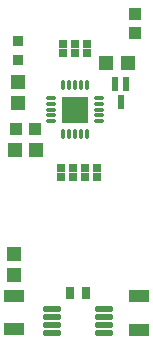
<source format=gtp>
%FSDAX25Y25*%
%MOIN*%
%SFA1B1*%

%IPPOS*%
%AMD55*
4,1,8,-0.028600,0.006900,-0.028600,-0.006900,-0.024600,-0.010900,0.024600,-0.010900,0.028600,-0.006900,0.028600,0.006900,0.024600,0.010900,-0.024600,0.010900,-0.028600,0.006900,0.0*
1,1,0.007900,-0.024600,0.006900*
1,1,0.007900,-0.024600,-0.006900*
1,1,0.007900,0.024600,-0.006900*
1,1,0.007900,0.024600,0.006900*
%
%ADD45R,0.047310X0.047310*%
%ADD46R,0.029590X0.025650*%
%ADD47R,0.090300X0.090300*%
%ADD48O,0.039430X0.013840*%
%ADD49O,0.013840X0.039430*%
%ADD50R,0.019750X0.045340*%
%ADD51R,0.047310X0.047310*%
%ADD52R,0.043370X0.039430*%
%ADD53R,0.039430X0.043370*%
%ADD54R,0.035500X0.035500*%
G04~CAMADD=55~8~0.0~0.0~217.2~571.5~39.5~0.0~15~0.0~0.0~0.0~0.0~0~0.0~0.0~0.0~0.0~0~0.0~0.0~0.0~90.0~572.0~218.0*
%ADD55D55*%
%ADD56R,0.031560X0.039430*%
%ADD57R,0.070930X0.041400*%
%LNptw_ecu_original-1*%
%LPD*%
G54D45*
X0126516Y0190315D03*
Y0197402D03*
X0125500Y0140043D03*
Y0132957D03*
G54D46*
X0145709Y0207146D03*
Y0210098D03*
X0149744Y0207146D03*
Y0210098D03*
X0141673Y0207146D03*
Y0210098D03*
X0149055Y0168563D03*
Y0165610D03*
X0145020Y0168563D03*
Y0165610D03*
X0140984Y0168563D03*
Y0165610D03*
X0153091Y0168563D03*
Y0165610D03*
G54D47*
X0145610Y0188150D03*
G54D48*
X0137539Y0184213D03*
Y0186181D03*
Y0188150D03*
Y0190118D03*
Y0192087D03*
X0153681D03*
Y0190118D03*
Y0188150D03*
Y0186181D03*
Y0184213D03*
G54D49*
X0141673Y0196221D03*
X0143642D03*
X0145610D03*
X0147579D03*
X0149547D03*
Y0180079D03*
X0147579D03*
X0145610D03*
X0143642D03*
X0141673D03*
G54D50*
X0160866Y0190807D03*
X0158898Y0196713D03*
X0162835D03*
G54D51*
X0163228Y0203701D03*
X0156142D03*
X0132815Y0174665D03*
X0125728D03*
G54D52*
X0165591Y0213839D03*
Y0220138D03*
G54D53*
X0126122Y0181653D03*
X0132421D03*
G54D54*
X0126516Y0211083D03*
Y0204784D03*
G54D55*
X0155453Y0121516D03*
X0137933D03*
Y0118957D03*
Y0116398D03*
Y0113839D03*
X0155453Y0118957D03*
Y0116398D03*
Y0113839D03*
G54D56*
X0143937Y0126929D03*
X0149449D03*
G54D57*
X0166870Y0114823D03*
Y0125847D03*
X0125433Y0125945D03*
Y0114921D03*
M02*
</source>
